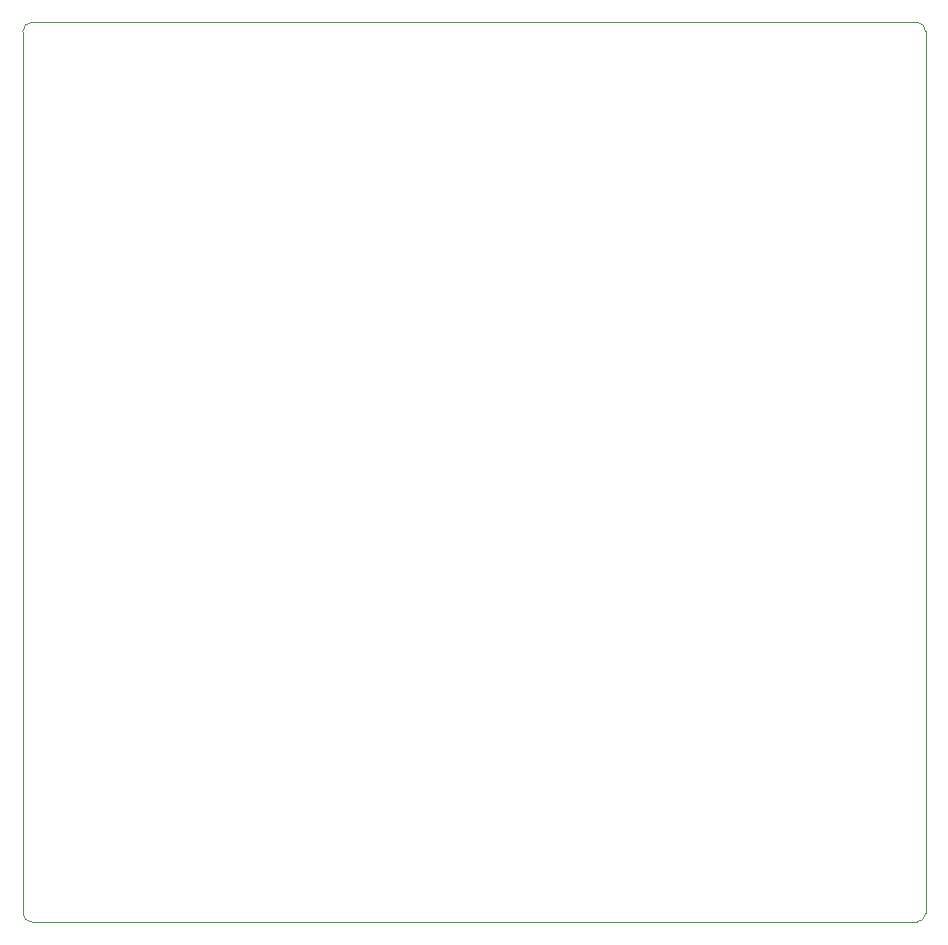
<source format=gbr>
%TF.GenerationSoftware,KiCad,Pcbnew,(5.1.9-0-10_14)*%
%TF.CreationDate,2021-04-27T17:48:38-05:00*%
%TF.ProjectId,egg-bottom,6567672d-626f-4747-946f-6d2e6b696361,rev?*%
%TF.SameCoordinates,Original*%
%TF.FileFunction,Profile,NP*%
%FSLAX46Y46*%
G04 Gerber Fmt 4.6, Leading zero omitted, Abs format (unit mm)*
G04 Created by KiCad (PCBNEW (5.1.9-0-10_14)) date 2021-04-27 17:48:38*
%MOMM*%
%LPD*%
G01*
G04 APERTURE LIST*
%TA.AperFunction,Profile*%
%ADD10C,0.050000*%
%TD*%
G04 APERTURE END LIST*
D10*
X54095750Y-103187500D02*
X56381750Y-103187500D01*
X56381750Y-26987500D02*
X54095750Y-26987500D01*
X113785750Y-52260500D02*
X113785750Y-39814500D01*
X113785750Y-90360500D02*
X113785750Y-77914500D01*
X113023750Y-26987500D02*
X96259750Y-26987500D01*
X113785750Y-27749500D02*
X113785750Y-39814500D01*
X113023750Y-26987500D02*
G75*
G02*
X113785750Y-27749500I0J-762000D01*
G01*
X113023750Y-103187500D02*
X56381750Y-103187500D01*
X113785750Y-90360500D02*
X113785750Y-102425500D01*
X113785750Y-102425500D02*
G75*
G02*
X113023750Y-103187500I-762000J0D01*
G01*
X113785750Y-77914500D02*
X113785750Y-52260500D01*
X54095750Y-103187500D02*
X38151500Y-103187250D01*
X54095750Y-26987500D02*
X38151500Y-26987500D01*
X96259750Y-26987500D02*
X56381750Y-26987500D01*
X38151500Y-103187250D02*
G75*
G02*
X37358000Y-102393750I0J793500D01*
G01*
X37357750Y-27781250D02*
X37358000Y-102393750D01*
X37357750Y-27781250D02*
G75*
G02*
X38151500Y-26987500I793750J0D01*
G01*
M02*

</source>
